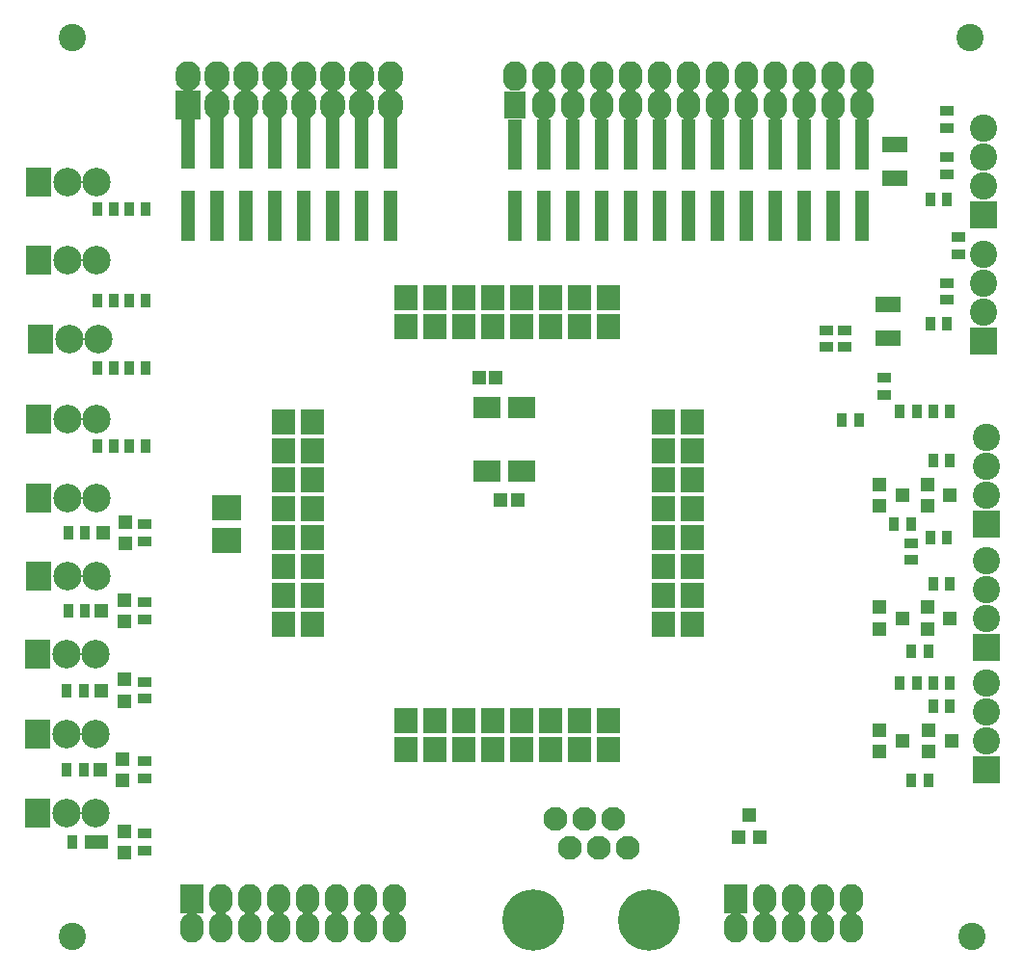
<source format=gbs>
G04 #@! TF.FileFunction,Soldermask,Bot*
%FSLAX46Y46*%
G04 Gerber Fmt 4.6, Leading zero omitted, Abs format (unit mm)*
G04 Created by KiCad (PCBNEW 4.0.6) date 01/14/18 21:20:21*
%MOMM*%
%LPD*%
G01*
G04 APERTURE LIST*
%ADD10C,0.150000*%
%ADD11O,2.080000X2.600000*%
%ADD12R,1.900000X2.400000*%
%ADD13R,1.200000X4.400000*%
%ADD14R,2.400000X1.900000*%
%ADD15R,2.400000X1.924000*%
%ADD16O,2.200000X2.600000*%
%ADD17R,2.200000X2.600000*%
%ADD18C,2.400000*%
%ADD19R,2.299920X2.500580*%
%ADD20C,2.500580*%
%ADD21R,2.398980X2.398980*%
%ADD22C,2.398980*%
%ADD23R,2.100000X2.299920*%
%ADD24R,0.900000X1.300000*%
%ADD25R,1.300000X0.900000*%
%ADD26R,1.200000X1.150000*%
%ADD27R,0.648920X1.400760*%
%ADD28C,2.100000*%
%ADD29C,5.400000*%
%ADD30R,2.100000X2.600000*%
%ADD31R,2.080000X2.600000*%
%ADD32R,2.630000X2.200000*%
%ADD33R,1.200100X1.200100*%
G04 APERTURE END LIST*
D10*
D11*
X138303000Y-45847000D03*
X138303000Y-43307000D03*
X135763000Y-43307000D03*
X135763000Y-45847000D03*
X133223000Y-45847000D03*
X133223000Y-43307000D03*
X130683000Y-43307000D03*
X130683000Y-45847000D03*
X128143000Y-45847000D03*
X128143000Y-43307000D03*
X125603000Y-43307000D03*
X125603000Y-45847000D03*
X123063000Y-45847000D03*
X123063000Y-43307000D03*
X120523000Y-43307000D03*
X120523000Y-45847000D03*
X117983000Y-45847000D03*
X117983000Y-43307000D03*
X115443000Y-43307000D03*
X115443000Y-45847000D03*
D12*
X107823000Y-45847000D03*
D11*
X107823000Y-43307000D03*
X110363000Y-45847000D03*
X110363000Y-43307000D03*
X112903000Y-45847000D03*
X112903000Y-43307000D03*
D13*
X107823000Y-49281000D03*
X107823000Y-55621000D03*
X110363000Y-49281000D03*
X110363000Y-55621000D03*
X112903000Y-49281000D03*
X112903000Y-55621000D03*
X115443000Y-49281000D03*
X115443000Y-55621000D03*
X117983000Y-49281000D03*
X117983000Y-55621000D03*
X120523000Y-49281000D03*
X120523000Y-55621000D03*
X123063000Y-49281000D03*
X123063000Y-55621000D03*
X125603000Y-49281000D03*
X125603000Y-55621000D03*
X128143000Y-49281000D03*
X128143000Y-55621000D03*
X130683000Y-49281000D03*
X130683000Y-55621000D03*
X133223000Y-49281000D03*
X133223000Y-55621000D03*
X135763000Y-49281000D03*
X135763000Y-55621000D03*
X138303000Y-49281000D03*
X138303000Y-55621000D03*
D14*
X108458000Y-72390000D03*
X105410000Y-72390000D03*
D15*
X108458000Y-77978000D03*
X105410000Y-77978000D03*
D16*
X96901000Y-43307000D03*
X96901000Y-45847000D03*
X94361000Y-45847000D03*
X94361000Y-43307000D03*
X91821000Y-43307000D03*
X91821000Y-45847000D03*
X89281000Y-45847000D03*
X89281000Y-43307000D03*
X86741000Y-43307000D03*
X86741000Y-45847000D03*
D17*
X79121000Y-45847000D03*
D16*
X79121000Y-43307000D03*
X81661000Y-45847000D03*
X81661000Y-43307000D03*
X84201000Y-45847000D03*
X84201000Y-43307000D03*
D18*
X147828000Y-39878000D03*
X68961000Y-118872000D03*
X147955000Y-118872000D03*
X68961000Y-39878000D03*
D19*
X66040000Y-52578000D03*
D20*
X68580000Y-52578000D03*
X71120000Y-52578000D03*
D19*
X66040000Y-59436000D03*
D20*
X68580000Y-59436000D03*
X71120000Y-59436000D03*
D19*
X66167000Y-66421000D03*
D20*
X68707000Y-66421000D03*
X71247000Y-66421000D03*
D19*
X66040000Y-73406000D03*
D20*
X68580000Y-73406000D03*
X71120000Y-73406000D03*
D19*
X66040000Y-80391000D03*
D20*
X68580000Y-80391000D03*
X71120000Y-80391000D03*
D19*
X66040000Y-87249000D03*
D20*
X68580000Y-87249000D03*
X71120000Y-87249000D03*
D19*
X65913000Y-94107000D03*
D20*
X68453000Y-94107000D03*
X70993000Y-94107000D03*
D19*
X65913000Y-101092000D03*
D20*
X68453000Y-101092000D03*
X70993000Y-101092000D03*
D19*
X65913000Y-108077000D03*
D20*
X68453000Y-108077000D03*
X70993000Y-108077000D03*
D21*
X148971000Y-55499000D03*
D22*
X148971000Y-52959000D03*
X148971000Y-50419000D03*
X148971000Y-47879000D03*
D21*
X149225000Y-82677000D03*
D22*
X149225000Y-80137000D03*
X149225000Y-77597000D03*
X149225000Y-75057000D03*
D21*
X149225000Y-104267000D03*
D22*
X149225000Y-101727000D03*
X149225000Y-99187000D03*
X149225000Y-96647000D03*
D21*
X148971000Y-66548000D03*
D22*
X148971000Y-64008000D03*
X148971000Y-61468000D03*
X148971000Y-58928000D03*
D21*
X149225000Y-93472000D03*
D22*
X149225000Y-90932000D03*
X149225000Y-88392000D03*
X149225000Y-85852000D03*
D23*
X116078000Y-99946460D03*
X116078000Y-102486460D03*
X113538000Y-99946460D03*
X113538000Y-102486460D03*
X110998000Y-99946460D03*
X110998000Y-102486460D03*
X108458000Y-99946460D03*
X108458000Y-102486460D03*
X105918000Y-99946460D03*
X105918000Y-102486460D03*
X103378000Y-99946460D03*
X103378000Y-102486460D03*
X100838000Y-99946460D03*
X100838000Y-102486460D03*
X98298000Y-99946460D03*
X98298000Y-102486460D03*
X116078000Y-62738000D03*
X116078000Y-65278000D03*
X113538000Y-62738000D03*
X113538000Y-65278000D03*
X110998000Y-62738000D03*
X110998000Y-65278000D03*
X108458000Y-62738000D03*
X108458000Y-65278000D03*
X105918000Y-62738000D03*
X105918000Y-65278000D03*
X103378000Y-62738000D03*
X103378000Y-65278000D03*
X100838000Y-62738000D03*
X100838000Y-65278000D03*
X98298000Y-62738000D03*
X98298000Y-65278000D03*
X120904000Y-73660000D03*
X123444000Y-73660000D03*
X120904000Y-76200000D03*
X123444000Y-76200000D03*
X120904000Y-78740000D03*
X123444000Y-78740000D03*
X120904000Y-81280000D03*
X123444000Y-81280000D03*
X120904000Y-83820000D03*
X123444000Y-83820000D03*
X120904000Y-86360000D03*
X123444000Y-86360000D03*
X120904000Y-88900000D03*
X123444000Y-88900000D03*
X120904000Y-91440000D03*
X123444000Y-91440000D03*
X87503000Y-91440000D03*
X90043000Y-91440000D03*
X87503000Y-88900000D03*
X90043000Y-88900000D03*
X87503000Y-86360000D03*
X90043000Y-86360000D03*
X87503000Y-83820000D03*
X90043000Y-83820000D03*
X87503000Y-81280000D03*
X90043000Y-81280000D03*
X87503000Y-78740000D03*
X90043000Y-78740000D03*
X87503000Y-76200000D03*
X90043000Y-76200000D03*
X87503000Y-73660000D03*
X90043000Y-73660000D03*
D24*
X71132000Y-54991000D03*
X72632000Y-54991000D03*
X144133000Y-93853000D03*
X142633000Y-93853000D03*
X146038000Y-98679000D03*
X144538000Y-98679000D03*
X144133000Y-105156000D03*
X142633000Y-105156000D03*
X143117000Y-96647000D03*
X141617000Y-96647000D03*
X146038000Y-96647000D03*
X144538000Y-96647000D03*
X146038000Y-87884000D03*
X144538000Y-87884000D03*
X146038000Y-77089000D03*
X144538000Y-77089000D03*
X142609000Y-82677000D03*
X141109000Y-82677000D03*
X143117000Y-72771000D03*
X141617000Y-72771000D03*
X70092000Y-90297000D03*
X68592000Y-90297000D03*
X69965000Y-97282000D03*
X68465000Y-97282000D03*
X73926000Y-54991000D03*
X75426000Y-54991000D03*
X146038000Y-72771000D03*
X144538000Y-72771000D03*
D25*
X135204200Y-67120200D03*
X135204200Y-65620200D03*
X136804400Y-67120200D03*
X136804400Y-65620200D03*
D24*
X145784000Y-54102000D03*
X144284000Y-54102000D03*
D25*
X145796000Y-46367000D03*
X145796000Y-47867000D03*
X145796000Y-51931000D03*
X145796000Y-50431000D03*
D24*
X70473000Y-110617000D03*
X68973000Y-110617000D03*
X69965000Y-104267000D03*
X68465000Y-104267000D03*
X70092000Y-83439000D03*
X68592000Y-83439000D03*
D25*
X75311000Y-111367000D03*
X75311000Y-109867000D03*
X75311000Y-105017000D03*
X75311000Y-103517000D03*
X75311000Y-98032000D03*
X75311000Y-96532000D03*
X75311000Y-91047000D03*
X75311000Y-89547000D03*
D24*
X136537000Y-73558400D03*
X138037000Y-73558400D03*
D25*
X75311000Y-84189000D03*
X75311000Y-82689000D03*
X140284200Y-71311200D03*
X140284200Y-69811200D03*
D24*
X73926000Y-75819000D03*
X75426000Y-75819000D03*
X71132000Y-75819000D03*
X72632000Y-75819000D03*
D25*
X142621000Y-85840000D03*
X142621000Y-84340000D03*
D24*
X73926000Y-68961000D03*
X75426000Y-68961000D03*
X71132000Y-68961000D03*
X72632000Y-68961000D03*
X145784000Y-65024000D03*
X144284000Y-65024000D03*
X144284000Y-83820000D03*
X145784000Y-83820000D03*
X73926000Y-62992000D03*
X75426000Y-62992000D03*
X71132000Y-62992000D03*
X72632000Y-62992000D03*
D25*
X146786600Y-57441400D03*
X146786600Y-58941400D03*
X145796000Y-62980000D03*
X145796000Y-61480000D03*
D26*
X108065000Y-80518000D03*
X106565000Y-80518000D03*
X106160000Y-69773800D03*
X104660000Y-69773800D03*
D27*
X140411200Y-52247800D03*
X140919200Y-52247800D03*
X141427200Y-52247800D03*
X141935200Y-52247800D03*
X140411200Y-49352200D03*
X140919200Y-49352200D03*
X141427200Y-49352200D03*
X141935200Y-49352200D03*
X139827000Y-66294000D03*
X140335000Y-66294000D03*
X140843000Y-66294000D03*
X141351000Y-66294000D03*
X139827000Y-63398400D03*
X140335000Y-63398400D03*
X140843000Y-63398400D03*
X141351000Y-63398400D03*
D28*
X115189000Y-111125000D03*
X112649000Y-111125000D03*
X117729000Y-111125000D03*
X111379000Y-108585000D03*
X113919000Y-108585000D03*
X116459000Y-108585000D03*
D29*
X119634000Y-117475000D03*
X109474000Y-117475000D03*
D11*
X97282000Y-115570000D03*
X97282000Y-118110000D03*
X94742000Y-115570000D03*
X94742000Y-118110000D03*
X92202000Y-115570000D03*
X92202000Y-118110000D03*
X89662000Y-115570000D03*
X89662000Y-118110000D03*
X87122000Y-115570000D03*
X87122000Y-118110000D03*
X84582000Y-115570000D03*
X84582000Y-118110000D03*
X82042000Y-115570000D03*
X82042000Y-118110000D03*
D30*
X79502000Y-115570000D03*
D11*
X79502000Y-118110000D03*
X137414000Y-115570000D03*
X137414000Y-118110000D03*
X134874000Y-115570000D03*
X134874000Y-118110000D03*
X132334000Y-115570000D03*
X132334000Y-118110000D03*
X129794000Y-115570000D03*
X129794000Y-118110000D03*
D31*
X127254000Y-115570000D03*
D11*
X127254000Y-118110000D03*
D32*
X82550000Y-84137000D03*
X82550000Y-81217000D03*
D13*
X79095600Y-49230200D03*
X79095600Y-55570200D03*
X81635600Y-49230200D03*
X81635600Y-55570200D03*
X84175600Y-49230200D03*
X84175600Y-55570200D03*
X86715600Y-49230200D03*
X86715600Y-55570200D03*
X89255600Y-49230200D03*
X89255600Y-55570200D03*
X91795600Y-49230200D03*
X91795600Y-55570200D03*
X94335600Y-49230200D03*
X94335600Y-55570200D03*
X96875600Y-49230200D03*
X96875600Y-55570200D03*
D33*
X73517760Y-96332000D03*
X73517760Y-98232000D03*
X71518780Y-97282000D03*
X73517760Y-89347000D03*
X73517760Y-91247000D03*
X71518780Y-90297000D03*
X73390760Y-103317000D03*
X73390760Y-105217000D03*
X71391780Y-104267000D03*
X73644760Y-82489000D03*
X73644760Y-84389000D03*
X71645780Y-83439000D03*
X73517760Y-109667000D03*
X73517760Y-111567000D03*
X71518780Y-110617000D03*
X139842240Y-81087000D03*
X139842240Y-79187000D03*
X141841220Y-80137000D03*
X144033240Y-81087000D03*
X144033240Y-79187000D03*
X146032220Y-80137000D03*
X139842240Y-102677000D03*
X139842240Y-100777000D03*
X141841220Y-101727000D03*
X144160240Y-102677000D03*
X144160240Y-100777000D03*
X146159220Y-101727000D03*
X144033240Y-91882000D03*
X144033240Y-89982000D03*
X146032220Y-90932000D03*
X139842240Y-91882000D03*
X139842240Y-89982000D03*
X141841220Y-90932000D03*
X129347000Y-110220760D03*
X127447000Y-110220760D03*
X128397000Y-108221780D03*
M02*

</source>
